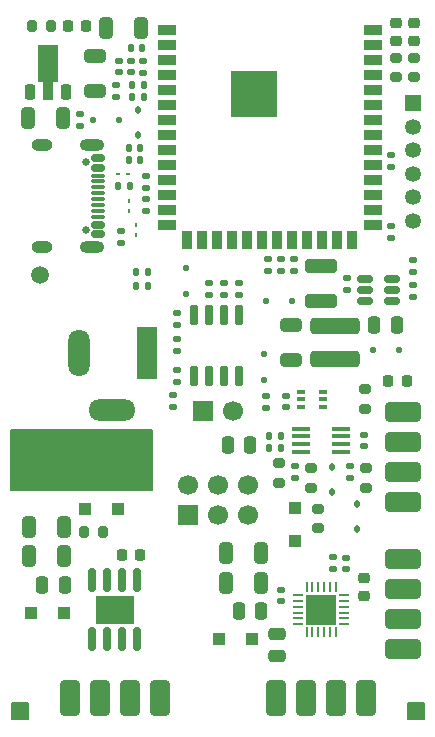
<source format=gbr>
%TF.GenerationSoftware,KiCad,Pcbnew,9.0.7-9.0.7~ubuntu24.04.1*%
%TF.CreationDate,2026-01-28T20:04:05+01:00*%
%TF.ProjectId,MCM-81339,4d434d2d-3831-4333-9339-2e6b69636164,rev?*%
%TF.SameCoordinates,Original*%
%TF.FileFunction,Soldermask,Top*%
%TF.FilePolarity,Negative*%
%FSLAX46Y46*%
G04 Gerber Fmt 4.6, Leading zero omitted, Abs format (unit mm)*
G04 Created by KiCad (PCBNEW 9.0.7-9.0.7~ubuntu24.04.1) date 2026-01-28 20:04:05*
%MOMM*%
%LPD*%
G01*
G04 APERTURE LIST*
G04 Aperture macros list*
%AMRoundRect*
0 Rectangle with rounded corners*
0 $1 Rounding radius*
0 $2 $3 $4 $5 $6 $7 $8 $9 X,Y pos of 4 corners*
0 Add a 4 corners polygon primitive as box body*
4,1,4,$2,$3,$4,$5,$6,$7,$8,$9,$2,$3,0*
0 Add four circle primitives for the rounded corners*
1,1,$1+$1,$2,$3*
1,1,$1+$1,$4,$5*
1,1,$1+$1,$6,$7*
1,1,$1+$1,$8,$9*
0 Add four rect primitives between the rounded corners*
20,1,$1+$1,$2,$3,$4,$5,0*
20,1,$1+$1,$4,$5,$6,$7,0*
20,1,$1+$1,$6,$7,$8,$9,0*
20,1,$1+$1,$8,$9,$2,$3,0*%
%AMFreePoly0*
4,1,9,3.862500,-0.866500,0.737500,-0.866500,0.737500,-0.450000,-0.737500,-0.450000,-0.737500,0.450000,0.737500,0.450000,0.737500,0.866500,3.862500,0.866500,3.862500,-0.866500,3.862500,-0.866500,$1*%
G04 Aperture macros list end*
%ADD10C,0.150000*%
%ADD11RoundRect,0.140000X-0.170000X0.140000X-0.170000X-0.140000X0.170000X-0.140000X0.170000X0.140000X0*%
%ADD12RoundRect,0.150000X0.150000X-0.825000X0.150000X0.825000X-0.150000X0.825000X-0.150000X-0.825000X0*%
%ADD13R,3.300000X2.410000*%
%ADD14RoundRect,0.112500X-0.112500X0.187500X-0.112500X-0.187500X0.112500X-0.187500X0.112500X0.187500X0*%
%ADD15RoundRect,0.135000X-0.185000X0.135000X-0.185000X-0.135000X0.185000X-0.135000X0.185000X0.135000X0*%
%ADD16RoundRect,0.250000X0.325000X0.650000X-0.325000X0.650000X-0.325000X-0.650000X0.325000X-0.650000X0*%
%ADD17RoundRect,0.200000X-0.275000X0.200000X-0.275000X-0.200000X0.275000X-0.200000X0.275000X0.200000X0*%
%ADD18RoundRect,0.250000X0.300000X0.300000X-0.300000X0.300000X-0.300000X-0.300000X0.300000X-0.300000X0*%
%ADD19RoundRect,0.250000X-0.475000X0.250000X-0.475000X-0.250000X0.475000X-0.250000X0.475000X0.250000X0*%
%ADD20RoundRect,0.218750X-0.256250X0.218750X-0.256250X-0.218750X0.256250X-0.218750X0.256250X0.218750X0*%
%ADD21RoundRect,0.218750X0.218750X0.256250X-0.218750X0.256250X-0.218750X-0.256250X0.218750X-0.256250X0*%
%ADD22RoundRect,0.135000X0.135000X0.185000X-0.135000X0.185000X-0.135000X-0.185000X0.135000X-0.185000X0*%
%ADD23RoundRect,0.425000X-1.125000X-0.425000X1.125000X-0.425000X1.125000X0.425000X-1.125000X0.425000X0*%
%ADD24RoundRect,0.250000X-0.300000X-0.300000X0.300000X-0.300000X0.300000X0.300000X-0.300000X0.300000X0*%
%ADD25RoundRect,0.135000X-0.135000X-0.185000X0.135000X-0.185000X0.135000X0.185000X-0.135000X0.185000X0*%
%ADD26RoundRect,0.125000X0.125000X0.125000X-0.125000X0.125000X-0.125000X-0.125000X0.125000X-0.125000X0*%
%ADD27R,1.350000X1.350000*%
%ADD28C,1.350000*%
%ADD29RoundRect,0.140000X-0.140000X-0.170000X0.140000X-0.170000X0.140000X0.170000X-0.140000X0.170000X0*%
%ADD30RoundRect,0.250000X-0.250000X-0.475000X0.250000X-0.475000X0.250000X0.475000X-0.250000X0.475000X0*%
%ADD31RoundRect,0.135000X0.185000X-0.135000X0.185000X0.135000X-0.185000X0.135000X-0.185000X-0.135000X0*%
%ADD32RoundRect,0.140000X0.170000X-0.140000X0.170000X0.140000X-0.170000X0.140000X-0.170000X-0.140000X0*%
%ADD33C,1.500000*%
%ADD34RoundRect,0.140000X0.140000X0.170000X-0.140000X0.170000X-0.140000X-0.170000X0.140000X-0.170000X0*%
%ADD35RoundRect,0.225000X0.225000X-0.425000X0.225000X0.425000X-0.225000X0.425000X-0.225000X-0.425000X0*%
%ADD36FreePoly0,90.000000*%
%ADD37RoundRect,0.250000X0.300000X-0.300000X0.300000X0.300000X-0.300000X0.300000X-0.300000X-0.300000X0*%
%ADD38RoundRect,0.200000X0.200000X0.275000X-0.200000X0.275000X-0.200000X-0.275000X0.200000X-0.275000X0*%
%ADD39R,1.500000X0.900000*%
%ADD40R,0.900000X1.500000*%
%ADD41R,4.000000X4.000000*%
%ADD42C,0.650000*%
%ADD43RoundRect,0.150000X-0.425000X0.150000X-0.425000X-0.150000X0.425000X-0.150000X0.425000X0.150000X0*%
%ADD44RoundRect,0.075000X-0.500000X0.075000X-0.500000X-0.075000X0.500000X-0.075000X0.500000X0.075000X0*%
%ADD45O,2.100000X1.000000*%
%ADD46O,1.800000X1.000000*%
%ADD47RoundRect,0.125000X-0.125000X0.125000X-0.125000X-0.125000X0.125000X-0.125000X0.125000X0.125000X0*%
%ADD48RoundRect,0.062500X0.062500X-0.350000X0.062500X0.350000X-0.062500X0.350000X-0.062500X-0.350000X0*%
%ADD49RoundRect,0.062500X0.350000X-0.062500X0.350000X0.062500X-0.350000X0.062500X-0.350000X-0.062500X0*%
%ADD50R,2.600000X2.600000*%
%ADD51RoundRect,0.425000X-0.425000X1.125000X-0.425000X-1.125000X0.425000X-1.125000X0.425000X1.125000X0*%
%ADD52RoundRect,0.112500X0.112500X-0.187500X0.112500X0.187500X-0.112500X0.187500X-0.112500X-0.187500X0*%
%ADD53R,1.700000X1.700000*%
%ADD54C,1.700000*%
%ADD55RoundRect,0.125000X0.125000X-0.125000X0.125000X0.125000X-0.125000X0.125000X-0.125000X-0.125000X0*%
%ADD56RoundRect,0.125000X-0.125000X-0.125000X0.125000X-0.125000X0.125000X0.125000X-0.125000X0.125000X0*%
%ADD57RoundRect,0.250000X0.250000X0.475000X-0.250000X0.475000X-0.250000X-0.475000X0.250000X-0.475000X0*%
%ADD58RoundRect,0.150000X-0.150000X0.725000X-0.150000X-0.725000X0.150000X-0.725000X0.150000X0.725000X0*%
%ADD59RoundRect,0.225000X-0.225000X-0.250000X0.225000X-0.250000X0.225000X0.250000X-0.225000X0.250000X0*%
%ADD60RoundRect,0.062500X0.117500X0.062500X-0.117500X0.062500X-0.117500X-0.062500X0.117500X-0.062500X0*%
%ADD61RoundRect,0.250000X0.650000X-0.325000X0.650000X0.325000X-0.650000X0.325000X-0.650000X-0.325000X0*%
%ADD62RoundRect,0.100000X-0.225000X-0.100000X0.225000X-0.100000X0.225000X0.100000X-0.225000X0.100000X0*%
%ADD63RoundRect,0.225000X0.250000X-0.225000X0.250000X0.225000X-0.250000X0.225000X-0.250000X-0.225000X0*%
%ADD64RoundRect,0.062500X0.062500X-0.117500X0.062500X0.117500X-0.062500X0.117500X-0.062500X-0.117500X0*%
%ADD65RoundRect,0.350000X-1.750000X-0.350000X1.750000X-0.350000X1.750000X0.350000X-1.750000X0.350000X0*%
%ADD66RoundRect,0.062500X-0.062500X0.117500X-0.062500X-0.117500X0.062500X-0.117500X0.062500X0.117500X0*%
%ADD67RoundRect,0.150000X0.512500X0.150000X-0.512500X0.150000X-0.512500X-0.150000X0.512500X-0.150000X0*%
%ADD68R,1.600000X0.300000*%
%ADD69R,1.800000X4.400000*%
%ADD70O,1.800000X4.000000*%
%ADD71O,4.000000X1.800000*%
%ADD72RoundRect,0.250000X1.100000X-0.325000X1.100000X0.325000X-1.100000X0.325000X-1.100000X-0.325000X0*%
G04 APERTURE END LIST*
D10*
X61075000Y-102875000D02*
X62425000Y-102875000D01*
X62425000Y-104225000D01*
X61075000Y-104225000D01*
X61075000Y-102875000D01*
G36*
X61075000Y-102875000D02*
G01*
X62425000Y-102875000D01*
X62425000Y-104225000D01*
X61075000Y-104225000D01*
X61075000Y-102875000D01*
G37*
X94575000Y-102875000D02*
X95925000Y-102875000D01*
X95925000Y-104225000D01*
X94575000Y-104225000D01*
X94575000Y-102875000D01*
G36*
X94575000Y-102875000D02*
G01*
X95925000Y-102875000D01*
X95925000Y-104225000D01*
X94575000Y-104225000D01*
X94575000Y-102875000D01*
G37*
X61000000Y-79800000D02*
X72900000Y-79800000D01*
X72900000Y-84900000D01*
X61000000Y-84900000D01*
X61000000Y-79800000D01*
G36*
X61000000Y-79800000D02*
G01*
X72900000Y-79800000D01*
X72900000Y-84900000D01*
X61000000Y-84900000D01*
X61000000Y-79800000D01*
G37*
D11*
%TO.C,C8*%
X90850000Y-80195000D03*
X90850000Y-81155000D03*
%TD*%
D12*
%TO.C,U8*%
X67845000Y-97475000D03*
X69115000Y-97475000D03*
X70385000Y-97475000D03*
X71655000Y-97475000D03*
X71655000Y-92525000D03*
X70385000Y-92525000D03*
X69115000Y-92525000D03*
X67845000Y-92525000D03*
D13*
X69750000Y-95000000D03*
%TD*%
D14*
%TO.C,D4*%
X71729600Y-52696400D03*
X71729600Y-54796400D03*
%TD*%
D15*
%TO.C,R4*%
X94996000Y-67490000D03*
X94996000Y-68510000D03*
%TD*%
D16*
%TO.C,C21*%
X82150000Y-90200000D03*
X79200000Y-90200000D03*
%TD*%
D17*
%TO.C,R18*%
X83667600Y-82625000D03*
X83667600Y-84275000D03*
%TD*%
D18*
%TO.C,D17*%
X65450000Y-95250000D03*
X62650000Y-95250000D03*
%TD*%
D19*
%TO.C,C23*%
X83500000Y-97050000D03*
X83500000Y-98950000D03*
%TD*%
D20*
%TO.C,D10*%
X93573600Y-45312500D03*
X93573600Y-46887500D03*
%TD*%
D21*
%TO.C,D1*%
X67360900Y-45593000D03*
X65785900Y-45593000D03*
%TD*%
D15*
%TO.C,R3*%
X93167200Y-56538400D03*
X93167200Y-57558400D03*
%TD*%
D22*
%TO.C,R24*%
X72610000Y-67600000D03*
X71590000Y-67600000D03*
%TD*%
D23*
%TO.C,J1*%
X94200000Y-90680000D03*
X94200000Y-93220000D03*
X94200000Y-95760000D03*
X94200000Y-98300000D03*
%TD*%
D24*
%TO.C,D15*%
X67250000Y-86450000D03*
X70050000Y-86450000D03*
%TD*%
D17*
%TO.C,R30*%
X91025000Y-83050000D03*
X91025000Y-84700000D03*
%TD*%
D15*
%TO.C,R27*%
X72425000Y-60215000D03*
X72425000Y-61235000D03*
%TD*%
D17*
%TO.C,R29*%
X87000000Y-86475000D03*
X87000000Y-88125000D03*
%TD*%
D25*
%TO.C,R20*%
X82808000Y-80340000D03*
X83828000Y-80340000D03*
%TD*%
D23*
%TO.C,J4*%
X94200000Y-78300000D03*
X94200000Y-80840000D03*
X94200000Y-83380000D03*
X94200000Y-85920000D03*
%TD*%
D26*
%TO.C,D9*%
X84800000Y-68850000D03*
X82600000Y-68850000D03*
%TD*%
D27*
%TO.C,J3*%
X95000000Y-52100000D03*
D28*
X95000000Y-54100000D03*
X95000000Y-56100000D03*
X95000000Y-58100000D03*
X95000000Y-60100000D03*
X95000000Y-62100000D03*
%TD*%
D25*
%TO.C,R41*%
X70040000Y-59175000D03*
X71060000Y-59175000D03*
%TD*%
D29*
%TO.C,C4*%
X70945000Y-55880000D03*
X71905000Y-55880000D03*
%TD*%
D30*
%TO.C,C18*%
X79350000Y-81100000D03*
X81250000Y-81100000D03*
%TD*%
D31*
%TO.C,R16*%
X89700000Y-83835000D03*
X89700000Y-82815000D03*
%TD*%
D15*
%TO.C,R13*%
X93167200Y-62482000D03*
X93167200Y-63502000D03*
%TD*%
D32*
%TO.C,C17*%
X70104000Y-49502000D03*
X70104000Y-48542000D03*
%TD*%
D25*
%TO.C,R25*%
X71590000Y-66450000D03*
X72610000Y-66450000D03*
%TD*%
D33*
%TO.C,FID1*%
X63400000Y-66700000D03*
%TD*%
D34*
%TO.C,C13*%
X72108000Y-47490000D03*
X71148000Y-47490000D03*
%TD*%
D35*
%TO.C,U1*%
X62609600Y-51175200D03*
D36*
X64109600Y-51087700D03*
D35*
X65609600Y-51175200D03*
%TD*%
D31*
%TO.C,R22*%
X74701400Y-77853000D03*
X74701400Y-76833000D03*
%TD*%
D37*
%TO.C,D14*%
X85000000Y-89175000D03*
X85000000Y-86375000D03*
%TD*%
D38*
%TO.C,R1*%
X64375800Y-45600000D03*
X62725800Y-45600000D03*
%TD*%
D33*
%TO.C,FID2*%
X95250000Y-103550000D03*
%TD*%
D39*
%TO.C,U5*%
X74150000Y-45958000D03*
X74150000Y-47228000D03*
X74150000Y-48498000D03*
X74150000Y-49768000D03*
X74150000Y-51038000D03*
X74150000Y-52308000D03*
X74150000Y-53578000D03*
X74150000Y-54848000D03*
X74150000Y-56118000D03*
X74150000Y-57388000D03*
X74150000Y-58658000D03*
X74150000Y-59928000D03*
X74150000Y-61198000D03*
X74150000Y-62468000D03*
D40*
X75915000Y-63718000D03*
X77185000Y-63718000D03*
X78455000Y-63718000D03*
X79725000Y-63718000D03*
X80995000Y-63718000D03*
X82265000Y-63718000D03*
X83535000Y-63718000D03*
X84805000Y-63718000D03*
X86075000Y-63718000D03*
X87345000Y-63718000D03*
X88615000Y-63718000D03*
X89885000Y-63718000D03*
D39*
X91650000Y-62468000D03*
X91650000Y-61198000D03*
X91650000Y-59928000D03*
X91650000Y-58658000D03*
X91650000Y-57388000D03*
X91650000Y-56118000D03*
X91650000Y-54848000D03*
X91650000Y-53578000D03*
X91650000Y-52308000D03*
X91650000Y-51038000D03*
X91650000Y-49768000D03*
X91650000Y-48498000D03*
X91650000Y-47228000D03*
X91650000Y-45958000D03*
D41*
X81540000Y-51308000D03*
%TD*%
D15*
%TO.C,R11*%
X72136000Y-48512000D03*
X72136000Y-49532000D03*
%TD*%
D42*
%TO.C,J5*%
X67305000Y-57110000D03*
X67305000Y-62890000D03*
D43*
X68380000Y-56800000D03*
X68380000Y-57600000D03*
D44*
X68380000Y-58750000D03*
X68380000Y-59750000D03*
X68380000Y-60250000D03*
X68380000Y-61250000D03*
D43*
X68380000Y-62400000D03*
X68380000Y-63200000D03*
X68380000Y-63200000D03*
X68380000Y-62400000D03*
D44*
X68380000Y-61750000D03*
X68380000Y-60750000D03*
X68380000Y-59250000D03*
X68380000Y-58250000D03*
D43*
X68380000Y-57600000D03*
X68380000Y-56800000D03*
D45*
X67805000Y-55680000D03*
D46*
X63625000Y-55680000D03*
D45*
X67805000Y-64320000D03*
D46*
X63625000Y-64320000D03*
%TD*%
D47*
%TO.C,D5*%
X75800000Y-66050000D03*
X75800000Y-68250000D03*
%TD*%
D48*
%TO.C,U7*%
X86000000Y-96937500D03*
X86500000Y-96937500D03*
X87000000Y-96937500D03*
X87500000Y-96937500D03*
X88000000Y-96937500D03*
X88500000Y-96937500D03*
D49*
X89187500Y-96250000D03*
X89187500Y-95750000D03*
X89187500Y-95250000D03*
X89187500Y-94750000D03*
X89187500Y-94250000D03*
X89187500Y-93750000D03*
D48*
X88500000Y-93062500D03*
X88000000Y-93062500D03*
X87500000Y-93062500D03*
X87000000Y-93062500D03*
X86500000Y-93062500D03*
X86000000Y-93062500D03*
D49*
X85312500Y-93750000D03*
X85312500Y-94250000D03*
X85312500Y-94750000D03*
X85312500Y-95250000D03*
X85312500Y-95750000D03*
X85312500Y-96250000D03*
D50*
X87250000Y-95000000D03*
%TD*%
D51*
%TO.C,J8*%
X91060000Y-102500000D03*
X88520000Y-102500000D03*
X85980000Y-102500000D03*
X83440000Y-102500000D03*
%TD*%
D34*
%TO.C,C5*%
X83798000Y-81356000D03*
X82838000Y-81356000D03*
%TD*%
D15*
%TO.C,R35*%
X88250000Y-90565000D03*
X88250000Y-91585000D03*
%TD*%
D52*
%TO.C,D19*%
X88150000Y-85050000D03*
X88150000Y-82950000D03*
%TD*%
D16*
%TO.C,C15*%
X71985400Y-45720000D03*
X69035400Y-45720000D03*
%TD*%
D17*
%TO.C,R17*%
X95100000Y-48260000D03*
X95100000Y-49910000D03*
%TD*%
D15*
%TO.C,R10*%
X75031600Y-72085200D03*
X75031600Y-73105200D03*
%TD*%
D53*
%TO.C,J2*%
X77230000Y-78227102D03*
D54*
X79770000Y-78227102D03*
%TD*%
D15*
%TO.C,R33*%
X83800000Y-65340000D03*
X83800000Y-66360000D03*
%TD*%
D18*
%TO.C,D16*%
X81400000Y-97450000D03*
X78600000Y-97450000D03*
%TD*%
D15*
%TO.C,R21*%
X82600000Y-76890000D03*
X82600000Y-77910000D03*
%TD*%
D55*
%TO.C,D3*%
X82372200Y-75572800D03*
X82372200Y-73372800D03*
%TD*%
D15*
%TO.C,R32*%
X82700000Y-65340000D03*
X82700000Y-66360000D03*
%TD*%
D17*
%TO.C,R28*%
X86375000Y-83050000D03*
X86375000Y-84700000D03*
%TD*%
D15*
%TO.C,R8*%
X79044800Y-67331400D03*
X79044800Y-68351400D03*
%TD*%
D31*
%TO.C,R15*%
X85025000Y-83860000D03*
X85025000Y-82840000D03*
%TD*%
D56*
%TO.C,D2*%
X91610000Y-73001200D03*
X93810000Y-73001200D03*
%TD*%
D32*
%TO.C,C2*%
X69850000Y-51584800D03*
X69850000Y-50624800D03*
%TD*%
D29*
%TO.C,C11*%
X70945000Y-56896000D03*
X71905000Y-56896000D03*
%TD*%
D31*
%TO.C,R23*%
X75031600Y-75770200D03*
X75031600Y-74750200D03*
%TD*%
D15*
%TO.C,R5*%
X94996000Y-65390000D03*
X94996000Y-66410000D03*
%TD*%
D57*
%TO.C,C7*%
X93650000Y-70900000D03*
X91750000Y-70900000D03*
%TD*%
D58*
%TO.C,U4*%
X80289400Y-70094400D03*
X79019400Y-70094400D03*
X77749400Y-70094400D03*
X76479400Y-70094400D03*
X76479400Y-75244400D03*
X77749400Y-75244400D03*
X79019400Y-75244400D03*
X80289400Y-75244400D03*
%TD*%
D59*
%TO.C,C27*%
X70370400Y-90398600D03*
X71920400Y-90398600D03*
%TD*%
D33*
%TO.C,FID3*%
X61750000Y-103550000D03*
%TD*%
D20*
%TO.C,D7*%
X95100000Y-45312500D03*
X95100000Y-46887500D03*
%TD*%
D15*
%TO.C,R7*%
X80294800Y-67331400D03*
X80294800Y-68351400D03*
%TD*%
%TO.C,R9*%
X75031600Y-69898298D03*
X75031600Y-70918298D03*
%TD*%
D16*
%TO.C,C9*%
X65381400Y-53340000D03*
X62431400Y-53340000D03*
%TD*%
D60*
%TO.C,D13*%
X70077500Y-58100000D03*
X70917500Y-58100000D03*
%TD*%
D61*
%TO.C,C3*%
X68122800Y-51106600D03*
X68122800Y-48156600D03*
%TD*%
D51*
%TO.C,J9*%
X73560000Y-102500000D03*
X71020000Y-102500000D03*
X68480000Y-102500000D03*
X65940000Y-102500000D03*
%TD*%
D11*
%TO.C,C6*%
X66852800Y-53063200D03*
X66852800Y-54023200D03*
%TD*%
D62*
%TO.C,U6*%
X85501400Y-76551000D03*
X85501400Y-77201000D03*
X85501400Y-77851000D03*
X87401400Y-77851000D03*
X87401400Y-77201000D03*
X87401400Y-76551000D03*
%TD*%
D15*
%TO.C,R12*%
X77744800Y-67344298D03*
X77744800Y-68364298D03*
%TD*%
D22*
%TO.C,R6*%
X72239600Y-51562000D03*
X71219600Y-51562000D03*
%TD*%
D15*
%TO.C,R34*%
X84900000Y-65340000D03*
X84900000Y-66360000D03*
%TD*%
D63*
%TO.C,C22*%
X90900000Y-93875000D03*
X90900000Y-92325000D03*
%TD*%
D64*
%TO.C,D11*%
X71525000Y-62430000D03*
X71525000Y-63270000D03*
%TD*%
D17*
%TO.C,R19*%
X93573600Y-48260000D03*
X93573600Y-49910000D03*
%TD*%
D16*
%TO.C,C20*%
X65475000Y-87975000D03*
X62525000Y-87975000D03*
%TD*%
D65*
%TO.C,L1*%
X88417400Y-71000000D03*
X88417400Y-73800000D03*
%TD*%
D34*
%TO.C,C12*%
X72209600Y-50546000D03*
X71249600Y-50546000D03*
%TD*%
D66*
%TO.C,D12*%
X70993000Y-61278400D03*
X70993000Y-60438400D03*
%TD*%
D21*
%TO.C,D6*%
X94467500Y-75630000D03*
X92892500Y-75630000D03*
%TD*%
D32*
%TO.C,C25*%
X83800000Y-94280000D03*
X83800000Y-93320000D03*
%TD*%
D15*
%TO.C,R2*%
X89408000Y-66903200D03*
X89408000Y-67923200D03*
%TD*%
D67*
%TO.C,U2*%
X93212500Y-68871200D03*
X93212500Y-67921200D03*
X93212500Y-66971200D03*
X90937500Y-66971200D03*
X90937500Y-67921200D03*
X90937500Y-68871200D03*
%TD*%
D14*
%TO.C,D18*%
X90250000Y-86050000D03*
X90250000Y-88150000D03*
%TD*%
D61*
%TO.C,C10*%
X84709000Y-73865000D03*
X84709000Y-70915000D03*
%TD*%
D57*
%TO.C,C28*%
X65516800Y-92900000D03*
X63616800Y-92900000D03*
%TD*%
D38*
%TO.C,R31*%
X68775000Y-88450000D03*
X67125000Y-88450000D03*
%TD*%
D16*
%TO.C,C19*%
X82150000Y-92750000D03*
X79200000Y-92750000D03*
%TD*%
D68*
%TO.C,U3*%
X88927000Y-81625000D03*
X88927000Y-80975000D03*
X88927000Y-80325000D03*
X88927000Y-79675000D03*
X85527000Y-79675000D03*
X85527000Y-80325000D03*
X85527000Y-80975000D03*
X85527000Y-81625000D03*
%TD*%
D32*
%TO.C,C29*%
X89300000Y-91555000D03*
X89300000Y-90595000D03*
%TD*%
D15*
%TO.C,R26*%
X72425000Y-58290000D03*
X72425000Y-59310000D03*
%TD*%
D11*
%TO.C,C16*%
X71120000Y-48542000D03*
X71120000Y-49502000D03*
%TD*%
%TO.C,C14*%
X84301400Y-76921000D03*
X84301400Y-77881000D03*
%TD*%
D69*
%TO.C,J10*%
X72500000Y-73300000D03*
D70*
X66700000Y-73300000D03*
D71*
X69500000Y-78100000D03*
%TD*%
D15*
%TO.C,R42*%
X70300000Y-62915000D03*
X70300000Y-63935000D03*
%TD*%
D56*
%TO.C,D8*%
X67937200Y-53543200D03*
X70137200Y-53543200D03*
%TD*%
D53*
%TO.C,J11*%
X75960000Y-87000000D03*
D54*
X75960000Y-84460000D03*
X78500000Y-87000000D03*
X78500000Y-84460000D03*
X81040000Y-87000000D03*
X81040000Y-84460000D03*
%TD*%
D17*
%TO.C,R14*%
X90960000Y-76355000D03*
X90960000Y-78005000D03*
%TD*%
D72*
%TO.C,C1*%
X87200000Y-68875000D03*
X87200000Y-65925000D03*
%TD*%
D57*
%TO.C,C24*%
X82150000Y-95100000D03*
X80250000Y-95100000D03*
%TD*%
D16*
%TO.C,C26*%
X65475000Y-90500000D03*
X62525000Y-90500000D03*
%TD*%
M02*

</source>
